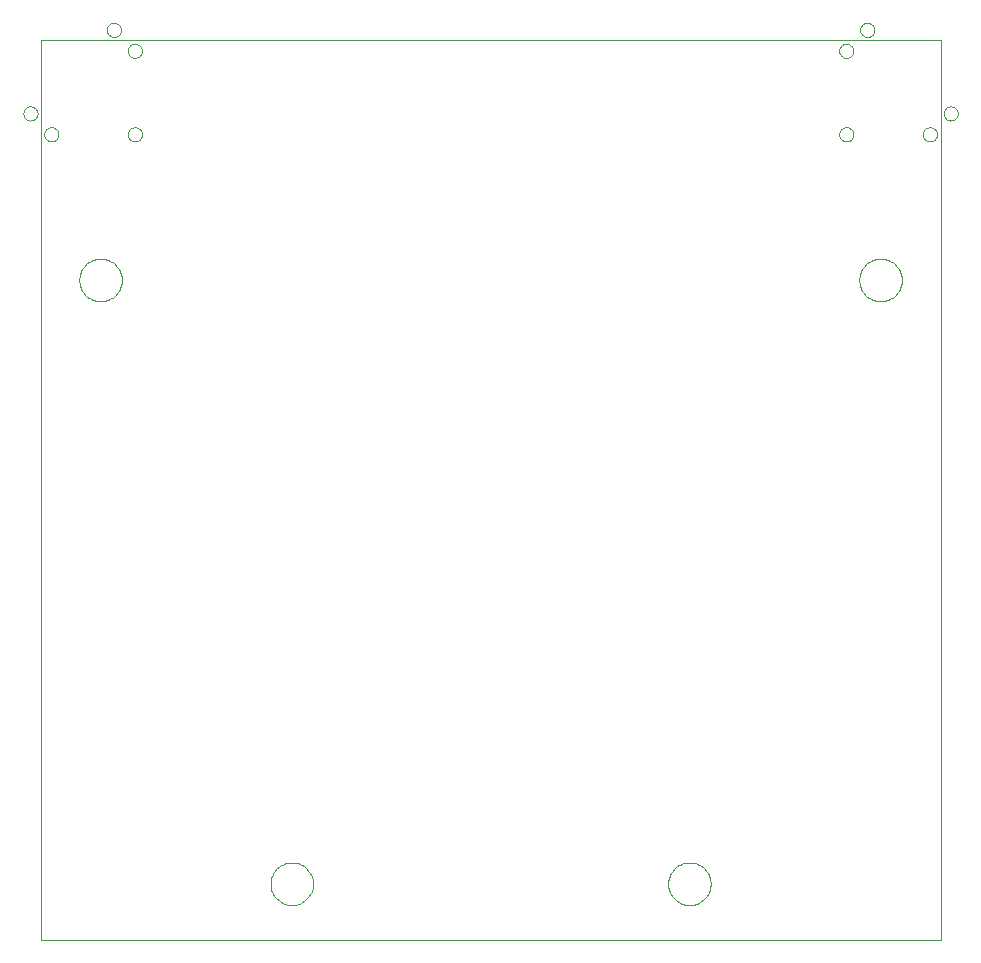
<source format=gbp>
G75*
%MOIN*%
%OFA0B0*%
%FSLAX24Y24*%
%IPPOS*%
%LPD*%
%AMOC8*
5,1,8,0,0,1.08239X$1,22.5*
%
%ADD10C,0.0000*%
D10*
X001898Y001011D02*
X001898Y031011D01*
X031898Y031011D01*
X031898Y001011D01*
X001898Y001011D01*
X009564Y002886D02*
X009566Y002939D01*
X009572Y002992D01*
X009582Y003044D01*
X009595Y003095D01*
X009613Y003145D01*
X009634Y003194D01*
X009659Y003241D01*
X009687Y003285D01*
X009719Y003328D01*
X009753Y003368D01*
X009791Y003406D01*
X009831Y003440D01*
X009874Y003472D01*
X009919Y003500D01*
X009965Y003525D01*
X010014Y003546D01*
X010064Y003564D01*
X010115Y003577D01*
X010167Y003587D01*
X010220Y003593D01*
X010273Y003595D01*
X010326Y003593D01*
X010379Y003587D01*
X010431Y003577D01*
X010482Y003564D01*
X010532Y003546D01*
X010581Y003525D01*
X010628Y003500D01*
X010672Y003472D01*
X010715Y003440D01*
X010755Y003406D01*
X010793Y003368D01*
X010827Y003328D01*
X010859Y003285D01*
X010887Y003240D01*
X010912Y003194D01*
X010933Y003145D01*
X010951Y003095D01*
X010964Y003044D01*
X010974Y002992D01*
X010980Y002939D01*
X010982Y002886D01*
X010980Y002833D01*
X010974Y002780D01*
X010964Y002728D01*
X010951Y002677D01*
X010933Y002627D01*
X010912Y002578D01*
X010887Y002531D01*
X010859Y002487D01*
X010827Y002444D01*
X010793Y002404D01*
X010755Y002366D01*
X010715Y002332D01*
X010672Y002300D01*
X010627Y002272D01*
X010581Y002247D01*
X010532Y002226D01*
X010482Y002208D01*
X010431Y002195D01*
X010379Y002185D01*
X010326Y002179D01*
X010273Y002177D01*
X010220Y002179D01*
X010167Y002185D01*
X010115Y002195D01*
X010064Y002208D01*
X010014Y002226D01*
X009965Y002247D01*
X009918Y002272D01*
X009874Y002300D01*
X009831Y002332D01*
X009791Y002366D01*
X009753Y002404D01*
X009719Y002444D01*
X009687Y002487D01*
X009659Y002532D01*
X009634Y002578D01*
X009613Y002627D01*
X009595Y002677D01*
X009582Y002728D01*
X009572Y002780D01*
X009566Y002833D01*
X009564Y002886D01*
X022814Y002886D02*
X022816Y002939D01*
X022822Y002992D01*
X022832Y003044D01*
X022845Y003095D01*
X022863Y003145D01*
X022884Y003194D01*
X022909Y003241D01*
X022937Y003285D01*
X022969Y003328D01*
X023003Y003368D01*
X023041Y003406D01*
X023081Y003440D01*
X023124Y003472D01*
X023169Y003500D01*
X023215Y003525D01*
X023264Y003546D01*
X023314Y003564D01*
X023365Y003577D01*
X023417Y003587D01*
X023470Y003593D01*
X023523Y003595D01*
X023576Y003593D01*
X023629Y003587D01*
X023681Y003577D01*
X023732Y003564D01*
X023782Y003546D01*
X023831Y003525D01*
X023878Y003500D01*
X023922Y003472D01*
X023965Y003440D01*
X024005Y003406D01*
X024043Y003368D01*
X024077Y003328D01*
X024109Y003285D01*
X024137Y003240D01*
X024162Y003194D01*
X024183Y003145D01*
X024201Y003095D01*
X024214Y003044D01*
X024224Y002992D01*
X024230Y002939D01*
X024232Y002886D01*
X024230Y002833D01*
X024224Y002780D01*
X024214Y002728D01*
X024201Y002677D01*
X024183Y002627D01*
X024162Y002578D01*
X024137Y002531D01*
X024109Y002487D01*
X024077Y002444D01*
X024043Y002404D01*
X024005Y002366D01*
X023965Y002332D01*
X023922Y002300D01*
X023877Y002272D01*
X023831Y002247D01*
X023782Y002226D01*
X023732Y002208D01*
X023681Y002195D01*
X023629Y002185D01*
X023576Y002179D01*
X023523Y002177D01*
X023470Y002179D01*
X023417Y002185D01*
X023365Y002195D01*
X023314Y002208D01*
X023264Y002226D01*
X023215Y002247D01*
X023168Y002272D01*
X023124Y002300D01*
X023081Y002332D01*
X023041Y002366D01*
X023003Y002404D01*
X022969Y002444D01*
X022937Y002487D01*
X022909Y002532D01*
X022884Y002578D01*
X022863Y002627D01*
X022845Y002677D01*
X022832Y002728D01*
X022822Y002780D01*
X022816Y002833D01*
X022814Y002886D01*
X029189Y023011D02*
X029191Y023064D01*
X029197Y023117D01*
X029207Y023169D01*
X029220Y023220D01*
X029238Y023270D01*
X029259Y023319D01*
X029284Y023366D01*
X029312Y023410D01*
X029344Y023453D01*
X029378Y023493D01*
X029416Y023531D01*
X029456Y023565D01*
X029499Y023597D01*
X029544Y023625D01*
X029590Y023650D01*
X029639Y023671D01*
X029689Y023689D01*
X029740Y023702D01*
X029792Y023712D01*
X029845Y023718D01*
X029898Y023720D01*
X029951Y023718D01*
X030004Y023712D01*
X030056Y023702D01*
X030107Y023689D01*
X030157Y023671D01*
X030206Y023650D01*
X030253Y023625D01*
X030297Y023597D01*
X030340Y023565D01*
X030380Y023531D01*
X030418Y023493D01*
X030452Y023453D01*
X030484Y023410D01*
X030512Y023365D01*
X030537Y023319D01*
X030558Y023270D01*
X030576Y023220D01*
X030589Y023169D01*
X030599Y023117D01*
X030605Y023064D01*
X030607Y023011D01*
X030605Y022958D01*
X030599Y022905D01*
X030589Y022853D01*
X030576Y022802D01*
X030558Y022752D01*
X030537Y022703D01*
X030512Y022656D01*
X030484Y022612D01*
X030452Y022569D01*
X030418Y022529D01*
X030380Y022491D01*
X030340Y022457D01*
X030297Y022425D01*
X030252Y022397D01*
X030206Y022372D01*
X030157Y022351D01*
X030107Y022333D01*
X030056Y022320D01*
X030004Y022310D01*
X029951Y022304D01*
X029898Y022302D01*
X029845Y022304D01*
X029792Y022310D01*
X029740Y022320D01*
X029689Y022333D01*
X029639Y022351D01*
X029590Y022372D01*
X029543Y022397D01*
X029499Y022425D01*
X029456Y022457D01*
X029416Y022491D01*
X029378Y022529D01*
X029344Y022569D01*
X029312Y022612D01*
X029284Y022657D01*
X029259Y022703D01*
X029238Y022752D01*
X029220Y022802D01*
X029207Y022853D01*
X029197Y022905D01*
X029191Y022958D01*
X029189Y023011D01*
X028520Y027869D02*
X028522Y027899D01*
X028528Y027929D01*
X028537Y027958D01*
X028550Y027985D01*
X028567Y028010D01*
X028586Y028033D01*
X028609Y028054D01*
X028634Y028071D01*
X028660Y028085D01*
X028689Y028095D01*
X028718Y028102D01*
X028748Y028105D01*
X028779Y028104D01*
X028809Y028099D01*
X028838Y028090D01*
X028865Y028078D01*
X028891Y028063D01*
X028915Y028044D01*
X028936Y028022D01*
X028954Y027998D01*
X028969Y027971D01*
X028980Y027943D01*
X028988Y027914D01*
X028992Y027884D01*
X028992Y027854D01*
X028988Y027824D01*
X028980Y027795D01*
X028969Y027767D01*
X028954Y027740D01*
X028936Y027716D01*
X028915Y027694D01*
X028891Y027675D01*
X028865Y027660D01*
X028838Y027648D01*
X028809Y027639D01*
X028779Y027634D01*
X028748Y027633D01*
X028718Y027636D01*
X028689Y027643D01*
X028660Y027653D01*
X028634Y027667D01*
X028609Y027684D01*
X028586Y027705D01*
X028567Y027728D01*
X028550Y027753D01*
X028537Y027780D01*
X028528Y027809D01*
X028522Y027839D01*
X028520Y027869D01*
X031304Y027869D02*
X031306Y027899D01*
X031312Y027929D01*
X031321Y027958D01*
X031334Y027985D01*
X031351Y028010D01*
X031370Y028033D01*
X031393Y028054D01*
X031418Y028071D01*
X031444Y028085D01*
X031473Y028095D01*
X031502Y028102D01*
X031532Y028105D01*
X031563Y028104D01*
X031593Y028099D01*
X031622Y028090D01*
X031649Y028078D01*
X031675Y028063D01*
X031699Y028044D01*
X031720Y028022D01*
X031738Y027998D01*
X031753Y027971D01*
X031764Y027943D01*
X031772Y027914D01*
X031776Y027884D01*
X031776Y027854D01*
X031772Y027824D01*
X031764Y027795D01*
X031753Y027767D01*
X031738Y027740D01*
X031720Y027716D01*
X031699Y027694D01*
X031675Y027675D01*
X031649Y027660D01*
X031622Y027648D01*
X031593Y027639D01*
X031563Y027634D01*
X031532Y027633D01*
X031502Y027636D01*
X031473Y027643D01*
X031444Y027653D01*
X031418Y027667D01*
X031393Y027684D01*
X031370Y027705D01*
X031351Y027728D01*
X031334Y027753D01*
X031321Y027780D01*
X031312Y027809D01*
X031306Y027839D01*
X031304Y027869D01*
X032000Y028565D02*
X032002Y028595D01*
X032008Y028625D01*
X032017Y028654D01*
X032030Y028681D01*
X032047Y028706D01*
X032066Y028729D01*
X032089Y028750D01*
X032114Y028767D01*
X032140Y028781D01*
X032169Y028791D01*
X032198Y028798D01*
X032228Y028801D01*
X032259Y028800D01*
X032289Y028795D01*
X032318Y028786D01*
X032345Y028774D01*
X032371Y028759D01*
X032395Y028740D01*
X032416Y028718D01*
X032434Y028694D01*
X032449Y028667D01*
X032460Y028639D01*
X032468Y028610D01*
X032472Y028580D01*
X032472Y028550D01*
X032468Y028520D01*
X032460Y028491D01*
X032449Y028463D01*
X032434Y028436D01*
X032416Y028412D01*
X032395Y028390D01*
X032371Y028371D01*
X032345Y028356D01*
X032318Y028344D01*
X032289Y028335D01*
X032259Y028330D01*
X032228Y028329D01*
X032198Y028332D01*
X032169Y028339D01*
X032140Y028349D01*
X032114Y028363D01*
X032089Y028380D01*
X032066Y028401D01*
X032047Y028424D01*
X032030Y028449D01*
X032017Y028476D01*
X032008Y028505D01*
X032002Y028535D01*
X032000Y028565D01*
X028520Y030653D02*
X028522Y030683D01*
X028528Y030713D01*
X028537Y030742D01*
X028550Y030769D01*
X028567Y030794D01*
X028586Y030817D01*
X028609Y030838D01*
X028634Y030855D01*
X028660Y030869D01*
X028689Y030879D01*
X028718Y030886D01*
X028748Y030889D01*
X028779Y030888D01*
X028809Y030883D01*
X028838Y030874D01*
X028865Y030862D01*
X028891Y030847D01*
X028915Y030828D01*
X028936Y030806D01*
X028954Y030782D01*
X028969Y030755D01*
X028980Y030727D01*
X028988Y030698D01*
X028992Y030668D01*
X028992Y030638D01*
X028988Y030608D01*
X028980Y030579D01*
X028969Y030551D01*
X028954Y030524D01*
X028936Y030500D01*
X028915Y030478D01*
X028891Y030459D01*
X028865Y030444D01*
X028838Y030432D01*
X028809Y030423D01*
X028779Y030418D01*
X028748Y030417D01*
X028718Y030420D01*
X028689Y030427D01*
X028660Y030437D01*
X028634Y030451D01*
X028609Y030468D01*
X028586Y030489D01*
X028567Y030512D01*
X028550Y030537D01*
X028537Y030564D01*
X028528Y030593D01*
X028522Y030623D01*
X028520Y030653D01*
X029216Y031349D02*
X029218Y031379D01*
X029224Y031409D01*
X029233Y031438D01*
X029246Y031465D01*
X029263Y031490D01*
X029282Y031513D01*
X029305Y031534D01*
X029330Y031551D01*
X029356Y031565D01*
X029385Y031575D01*
X029414Y031582D01*
X029444Y031585D01*
X029475Y031584D01*
X029505Y031579D01*
X029534Y031570D01*
X029561Y031558D01*
X029587Y031543D01*
X029611Y031524D01*
X029632Y031502D01*
X029650Y031478D01*
X029665Y031451D01*
X029676Y031423D01*
X029684Y031394D01*
X029688Y031364D01*
X029688Y031334D01*
X029684Y031304D01*
X029676Y031275D01*
X029665Y031247D01*
X029650Y031220D01*
X029632Y031196D01*
X029611Y031174D01*
X029587Y031155D01*
X029561Y031140D01*
X029534Y031128D01*
X029505Y031119D01*
X029475Y031114D01*
X029444Y031113D01*
X029414Y031116D01*
X029385Y031123D01*
X029356Y031133D01*
X029330Y031147D01*
X029305Y031164D01*
X029282Y031185D01*
X029263Y031208D01*
X029246Y031233D01*
X029233Y031260D01*
X029224Y031289D01*
X029218Y031319D01*
X029216Y031349D01*
X004804Y030653D02*
X004806Y030683D01*
X004812Y030713D01*
X004821Y030742D01*
X004834Y030769D01*
X004851Y030794D01*
X004870Y030817D01*
X004893Y030838D01*
X004918Y030855D01*
X004944Y030869D01*
X004973Y030879D01*
X005002Y030886D01*
X005032Y030889D01*
X005063Y030888D01*
X005093Y030883D01*
X005122Y030874D01*
X005149Y030862D01*
X005175Y030847D01*
X005199Y030828D01*
X005220Y030806D01*
X005238Y030782D01*
X005253Y030755D01*
X005264Y030727D01*
X005272Y030698D01*
X005276Y030668D01*
X005276Y030638D01*
X005272Y030608D01*
X005264Y030579D01*
X005253Y030551D01*
X005238Y030524D01*
X005220Y030500D01*
X005199Y030478D01*
X005175Y030459D01*
X005149Y030444D01*
X005122Y030432D01*
X005093Y030423D01*
X005063Y030418D01*
X005032Y030417D01*
X005002Y030420D01*
X004973Y030427D01*
X004944Y030437D01*
X004918Y030451D01*
X004893Y030468D01*
X004870Y030489D01*
X004851Y030512D01*
X004834Y030537D01*
X004821Y030564D01*
X004812Y030593D01*
X004806Y030623D01*
X004804Y030653D01*
X004108Y031349D02*
X004110Y031379D01*
X004116Y031409D01*
X004125Y031438D01*
X004138Y031465D01*
X004155Y031490D01*
X004174Y031513D01*
X004197Y031534D01*
X004222Y031551D01*
X004248Y031565D01*
X004277Y031575D01*
X004306Y031582D01*
X004336Y031585D01*
X004367Y031584D01*
X004397Y031579D01*
X004426Y031570D01*
X004453Y031558D01*
X004479Y031543D01*
X004503Y031524D01*
X004524Y031502D01*
X004542Y031478D01*
X004557Y031451D01*
X004568Y031423D01*
X004576Y031394D01*
X004580Y031364D01*
X004580Y031334D01*
X004576Y031304D01*
X004568Y031275D01*
X004557Y031247D01*
X004542Y031220D01*
X004524Y031196D01*
X004503Y031174D01*
X004479Y031155D01*
X004453Y031140D01*
X004426Y031128D01*
X004397Y031119D01*
X004367Y031114D01*
X004336Y031113D01*
X004306Y031116D01*
X004277Y031123D01*
X004248Y031133D01*
X004222Y031147D01*
X004197Y031164D01*
X004174Y031185D01*
X004155Y031208D01*
X004138Y031233D01*
X004125Y031260D01*
X004116Y031289D01*
X004110Y031319D01*
X004108Y031349D01*
X001324Y028565D02*
X001326Y028595D01*
X001332Y028625D01*
X001341Y028654D01*
X001354Y028681D01*
X001371Y028706D01*
X001390Y028729D01*
X001413Y028750D01*
X001438Y028767D01*
X001464Y028781D01*
X001493Y028791D01*
X001522Y028798D01*
X001552Y028801D01*
X001583Y028800D01*
X001613Y028795D01*
X001642Y028786D01*
X001669Y028774D01*
X001695Y028759D01*
X001719Y028740D01*
X001740Y028718D01*
X001758Y028694D01*
X001773Y028667D01*
X001784Y028639D01*
X001792Y028610D01*
X001796Y028580D01*
X001796Y028550D01*
X001792Y028520D01*
X001784Y028491D01*
X001773Y028463D01*
X001758Y028436D01*
X001740Y028412D01*
X001719Y028390D01*
X001695Y028371D01*
X001669Y028356D01*
X001642Y028344D01*
X001613Y028335D01*
X001583Y028330D01*
X001552Y028329D01*
X001522Y028332D01*
X001493Y028339D01*
X001464Y028349D01*
X001438Y028363D01*
X001413Y028380D01*
X001390Y028401D01*
X001371Y028424D01*
X001354Y028449D01*
X001341Y028476D01*
X001332Y028505D01*
X001326Y028535D01*
X001324Y028565D01*
X002020Y027869D02*
X002022Y027899D01*
X002028Y027929D01*
X002037Y027958D01*
X002050Y027985D01*
X002067Y028010D01*
X002086Y028033D01*
X002109Y028054D01*
X002134Y028071D01*
X002160Y028085D01*
X002189Y028095D01*
X002218Y028102D01*
X002248Y028105D01*
X002279Y028104D01*
X002309Y028099D01*
X002338Y028090D01*
X002365Y028078D01*
X002391Y028063D01*
X002415Y028044D01*
X002436Y028022D01*
X002454Y027998D01*
X002469Y027971D01*
X002480Y027943D01*
X002488Y027914D01*
X002492Y027884D01*
X002492Y027854D01*
X002488Y027824D01*
X002480Y027795D01*
X002469Y027767D01*
X002454Y027740D01*
X002436Y027716D01*
X002415Y027694D01*
X002391Y027675D01*
X002365Y027660D01*
X002338Y027648D01*
X002309Y027639D01*
X002279Y027634D01*
X002248Y027633D01*
X002218Y027636D01*
X002189Y027643D01*
X002160Y027653D01*
X002134Y027667D01*
X002109Y027684D01*
X002086Y027705D01*
X002067Y027728D01*
X002050Y027753D01*
X002037Y027780D01*
X002028Y027809D01*
X002022Y027839D01*
X002020Y027869D01*
X004804Y027869D02*
X004806Y027899D01*
X004812Y027929D01*
X004821Y027958D01*
X004834Y027985D01*
X004851Y028010D01*
X004870Y028033D01*
X004893Y028054D01*
X004918Y028071D01*
X004944Y028085D01*
X004973Y028095D01*
X005002Y028102D01*
X005032Y028105D01*
X005063Y028104D01*
X005093Y028099D01*
X005122Y028090D01*
X005149Y028078D01*
X005175Y028063D01*
X005199Y028044D01*
X005220Y028022D01*
X005238Y027998D01*
X005253Y027971D01*
X005264Y027943D01*
X005272Y027914D01*
X005276Y027884D01*
X005276Y027854D01*
X005272Y027824D01*
X005264Y027795D01*
X005253Y027767D01*
X005238Y027740D01*
X005220Y027716D01*
X005199Y027694D01*
X005175Y027675D01*
X005149Y027660D01*
X005122Y027648D01*
X005093Y027639D01*
X005063Y027634D01*
X005032Y027633D01*
X005002Y027636D01*
X004973Y027643D01*
X004944Y027653D01*
X004918Y027667D01*
X004893Y027684D01*
X004870Y027705D01*
X004851Y027728D01*
X004834Y027753D01*
X004821Y027780D01*
X004812Y027809D01*
X004806Y027839D01*
X004804Y027869D01*
X003189Y023011D02*
X003191Y023064D01*
X003197Y023117D01*
X003207Y023169D01*
X003220Y023220D01*
X003238Y023270D01*
X003259Y023319D01*
X003284Y023366D01*
X003312Y023410D01*
X003344Y023453D01*
X003378Y023493D01*
X003416Y023531D01*
X003456Y023565D01*
X003499Y023597D01*
X003544Y023625D01*
X003590Y023650D01*
X003639Y023671D01*
X003689Y023689D01*
X003740Y023702D01*
X003792Y023712D01*
X003845Y023718D01*
X003898Y023720D01*
X003951Y023718D01*
X004004Y023712D01*
X004056Y023702D01*
X004107Y023689D01*
X004157Y023671D01*
X004206Y023650D01*
X004253Y023625D01*
X004297Y023597D01*
X004340Y023565D01*
X004380Y023531D01*
X004418Y023493D01*
X004452Y023453D01*
X004484Y023410D01*
X004512Y023365D01*
X004537Y023319D01*
X004558Y023270D01*
X004576Y023220D01*
X004589Y023169D01*
X004599Y023117D01*
X004605Y023064D01*
X004607Y023011D01*
X004605Y022958D01*
X004599Y022905D01*
X004589Y022853D01*
X004576Y022802D01*
X004558Y022752D01*
X004537Y022703D01*
X004512Y022656D01*
X004484Y022612D01*
X004452Y022569D01*
X004418Y022529D01*
X004380Y022491D01*
X004340Y022457D01*
X004297Y022425D01*
X004252Y022397D01*
X004206Y022372D01*
X004157Y022351D01*
X004107Y022333D01*
X004056Y022320D01*
X004004Y022310D01*
X003951Y022304D01*
X003898Y022302D01*
X003845Y022304D01*
X003792Y022310D01*
X003740Y022320D01*
X003689Y022333D01*
X003639Y022351D01*
X003590Y022372D01*
X003543Y022397D01*
X003499Y022425D01*
X003456Y022457D01*
X003416Y022491D01*
X003378Y022529D01*
X003344Y022569D01*
X003312Y022612D01*
X003284Y022657D01*
X003259Y022703D01*
X003238Y022752D01*
X003220Y022802D01*
X003207Y022853D01*
X003197Y022905D01*
X003191Y022958D01*
X003189Y023011D01*
M02*

</source>
